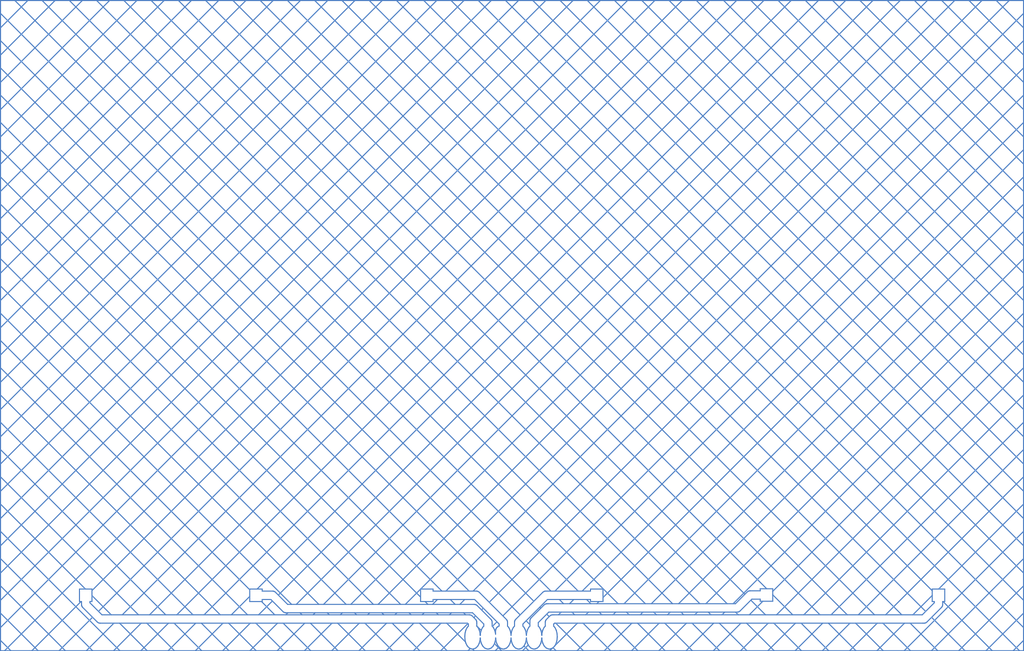
<source format=kicad_pcb>
(kicad_pcb (version 4) (host Gerbview "(5.99.0-518-ge9323fff8)")

  (layers 
    (0 F.Cu signal)
    (31 B.Cu signal)
    (32 B.Adhes user)
    (33 F.Adhes user)
    (34 B.Paste user)
    (35 F.Paste user)
    (36 B.SilkS user)
    (37 F.SilkS user)
    (38 B.Mask user)
    (39 F.Mask user)
    (40 Dwgs.User user)
    (41 Cmts.User user)
    (42 Eco1.User user)
    (43 Eco2.User user)
    (44 Edge.Cuts user)
  )

(segment (start 12.77297 -73.51821) (end 10.12931 -70.87454) (width 0.1016) (layer B.Cu) (net 0))
(segment (start 15.43111 -73.51821) (end 10.12931 -68.21641) (width 0.1016) (layer B.Cu) (net 0))
(segment (start 18.08927 -73.51821) (end 10.12931 -65.55824) (width 0.1016) (layer B.Cu) (net 0))
(segment (start 20.74744 -73.51821) (end 10.12931 -62.90007) (width 0.1016) (layer B.Cu) (net 0))
(segment (start 23.40557 -73.51821) (end 10.12931 -60.24194) (width 0.1016) (layer B.Cu) (net 0))
(segment (start 26.06374 -73.51821) (end 10.12931 -57.58377) (width 0.1016) (layer B.Cu) (net 0))
(segment (start 28.72191 -73.51821) (end 10.12931 -54.92561) (width 0.1016) (layer B.Cu) (net 0))
(segment (start 31.38004 -73.51821) (end 10.12931 -52.26747) (width 0.1016) (layer B.Cu) (net 0))
(segment (start 34.03821 -73.51821) (end 10.12931 -49.60931) (width 0.1016) (layer B.Cu) (net 0))
(segment (start 36.69637 -73.51821) (end 10.12931 -46.95114) (width 0.1016) (layer B.Cu) (net 0))
(segment (start 39.35451 -73.51821) (end 10.12931 -44.29301) (width 0.1016) (layer B.Cu) (net 0))
(segment (start 42.01267 -73.51821) (end 10.12931 -41.63484) (width 0.1016) (layer B.Cu) (net 0))
(segment (start 44.67084 -73.51821) (end 10.12931 -38.97667) (width 0.1016) (layer B.Cu) (net 0))
(segment (start 47.32897 -73.51821) (end 10.12931 -36.31854) (width 0.1016) (layer B.Cu) (net 0))
(segment (start 49.98714 -73.51821) (end 10.12931 -33.66037) (width 0.1016) (layer B.Cu) (net 0))
(segment (start 52.64531 -73.51821) (end 10.12931 -31.00221) (width 0.1016) (layer B.Cu) (net 0))
(segment (start 55.30344 -73.51821) (end 10.12931 -28.34407) (width 0.1016) (layer B.Cu) (net 0))
(segment (start 57.96161 -73.51821) (end 10.12931 -25.68591) (width 0.1016) (layer B.Cu) (net 0))
(segment (start 60.61977 -73.51821) (end 10.12931 -23.02774) (width 0.1016) (layer B.Cu) (net 0))
(segment (start 63.27791 -73.51821) (end 10.12931 -20.36961) (width 0.1016) (layer B.Cu) (net 0))
(segment (start 65.93607 -73.51821) (end 10.12931 -17.71144) (width 0.1016) (layer B.Cu) (net 0))
(segment (start 68.59424 -73.51821) (end 10.12931 -15.05327) (width 0.1016) (layer B.Cu) (net 0))
(segment (start 71.25237 -73.51821) (end 10.12931 -12.39514) (width 0.1016) (layer B.Cu) (net 0))
(segment (start 73.91054 -73.51821) (end 10.52654 -10.13421) (width 0.1016) (layer B.Cu) (net 0))
(segment (start 76.56871 -73.51821) (end 19.04601 -15.99551) (width 0.1016) (layer B.Cu) (net 0))
(segment (start 17.96437 -14.91391) (end 13.18471 -10.13421) (width 0.1016) (layer B.Cu) (net 0))
(segment (start 79.22684 -73.51821) (end 19.68064 -13.97201) (width 0.1016) (layer B.Cu) (net 0))
(segment (start 19.08804 -13.37941) (end 15.84287 -10.13421) (width 0.1016) (layer B.Cu) (net 0))
(segment (start 81.88500999999999 -73.51821) (end 22.00291 -13.63607) (width 0.1016) (layer B.Cu) (net 0))
(segment (start 21.17077 -12.80394) (end 18.50101 -10.13421) (width 0.1016) (layer B.Cu) (net 0))
(segment (start 84.54317 -73.51821) (end 24.66104 -13.63607) (width 0.1016) (layer B.Cu) (net 0))
(segment (start 23.82891 -12.80394) (end 21.15917 -10.13421) (width 0.1016) (layer B.Cu) (net 0))
(segment (start 87.20131000000001 -73.51821) (end 27.31921 -13.63607) (width 0.1016) (layer B.Cu) (net 0))
(segment (start 26.48707 -12.80394) (end 23.81734 -10.13421) (width 0.1016) (layer B.Cu) (net 0))
(segment (start 89.85947 -73.51821) (end 29.97737 -13.63607) (width 0.1016) (layer B.Cu) (net 0))
(segment (start 29.14524 -12.80394) (end 26.47547 -10.13421) (width 0.1016) (layer B.Cu) (net 0))
(segment (start 92.51764 -73.51821) (end 35.14551 -16.14607) (width 0.1016) (layer B.Cu) (net 0))
(segment (start 34.41397 -15.41454) (end 32.63551 -13.63607) (width 0.1016) (layer B.Cu) (net 0))
(segment (start 31.80337 -12.80394) (end 29.13364 -10.13421) (width 0.1016) (layer B.Cu) (net 0))
(segment (start 95.17577 -73.51821) (end 37.21614 -15.55857) (width 0.1016) (layer B.Cu) (net 0))
(segment (start 36.62354 -14.96594) (end 35.29367 -13.63607) (width 0.1016) (layer B.Cu) (net 0))
(segment (start 34.46154 -12.80394) (end 31.79181 -10.13421) (width 0.1016) (layer B.Cu) (net 0))
(segment (start 97.83394 -73.51821) (end 38.96787 -14.65211) (width 0.1016) (layer B.Cu) (net 0))
(segment (start 38.13574 -13.81997) (end 37.95184 -13.63607) (width 0.1016) (layer B.Cu) (net 0))
(segment (start 37.11971 -12.80394) (end 34.44994 -10.13421) (width 0.1016) (layer B.Cu) (net 0))
(segment (start 100.49211 -73.51821) (end 41.62601 -14.65211) (width 0.1016) (layer B.Cu) (net 0))
(segment (start 40.79387 -13.81997) (end 40.60997 -13.63607) (width 0.1016) (layer B.Cu) (net 0))
(segment (start 39.77784 -12.80394) (end 37.10811 -10.13421) (width 0.1016) (layer B.Cu) (net 0))
(segment (start 103.15024 -73.51821) (end 44.28417 -14.65211) (width 0.1016) (layer B.Cu) (net 0))
(segment (start 43.45204 -13.81997) (end 43.26814 -13.63607) (width 0.1016) (layer B.Cu) (net 0))
(segment (start 42.43601 -12.80394) (end 39.76627 -10.13421) (width 0.1016) (layer B.Cu) (net 0))
(segment (start 105.80841 -73.51821) (end 46.94234 -14.65211) (width 0.1016) (layer B.Cu) (net 0))
(segment (start 46.11021 -13.81997) (end 45.92631 -13.63607) (width 0.1016) (layer B.Cu) (net 0))
(segment (start 45.09417 -12.80394) (end 42.42441 -10.13421) (width 0.1016) (layer B.Cu) (net 0))
(segment (start 108.46657 -73.51821) (end 49.60047 -14.65211) (width 0.1016) (layer B.Cu) (net 0))
(segment (start 48.76834 -13.81997) (end 48.58444 -13.63607) (width 0.1016) (layer B.Cu) (net 0))
(segment (start 47.75231 -12.80394) (end 45.08257 -10.13421) (width 0.1016) (layer B.Cu) (net 0))
(segment (start 109.86694 -72.26044) (end 53.55254 -15.94601) (width 0.1016) (layer B.Cu) (net 0))
(segment (start 52.72054 -15.11401) (end 52.25854 -14.65201) (width 0.1016) (layer B.Cu) (net 0))
(segment (start 51.42654 -13.82001) (end 51.24264 -13.63611) (width 0.1016) (layer B.Cu) (net 0))
(segment (start 50.41051 -12.80397) (end 47.74074 -10.13424) (width 0.1016) (layer B.Cu) (net 0))
(segment (start 109.86694 -69.60227) (end 56.21067 -15.94601) (width 0.1016) (layer B.Cu) (net 0))
(segment (start 55.37867 -15.11401) (end 54.91667 -14.65201) (width 0.1016) (layer B.Cu) (net 0))
(segment (start 54.08467 -13.82001) (end 53.90077 -13.63611) (width 0.1016) (layer B.Cu) (net 0))
(segment (start 53.06864 -12.80397) (end 50.39891 -10.13424) (width 0.1016) (layer B.Cu) (net 0))
(segment (start 109.86694 -66.94410999999999) (end 57.78277 -14.85994) (width 0.1016) (layer B.Cu) (net 0))
(segment (start 57.19017 -14.26734) (end 57.03264 -14.10981) (width 0.1016) (layer B.Cu) (net 0))
(segment (start 56.44017 -13.51734) (end 56.28267 -13.35984) (width 0.1016) (layer B.Cu) (net 0))
(segment (start 55.69017 -12.76737) (end 53.05707 -10.13424) (width 0.1016) (layer B.Cu) (net 0))
(segment (start 109.86694 -64.28597000000001) (end 59.11187 -13.53087) (width 0.1016) (layer B.Cu) (net 0))
(segment (start 58.51924 -12.93827) (end 58.08784 -12.50684) (width 0.1016) (layer B.Cu) (net 0))
(segment (start 55.92031 -10.33931) (end 55.71521 -10.13424) (width 0.1016) (layer B.Cu) (net 0))
(segment (start 109.86694 -61.62781) (end 64.18514 -15.94601) (width 0.1016) (layer B.Cu) (net 0))
(segment (start 58.72214 -10.48301) (end 58.37337 -10.13424) (width 0.1016) (layer B.Cu) (net 0))
(segment (start 109.86694 -58.96964) (end 66.84331 -15.94601) (width 0.1016) (layer B.Cu) (net 0))
(segment (start 66.01130999999999 -15.11401) (end 65.61327 -14.71597) (width 0.1016) (layer B.Cu) (net 0))
(segment (start 64.78131 -13.88401) (end 64.53341 -13.63611) (width 0.1016) (layer B.Cu) (net 0))
(segment (start 62.97401 -12.07671) (end 62.85901 -11.96171) (width 0.1016) (layer B.Cu) (net 0))
(segment (start 61.57604 -10.67874) (end 61.03154 -10.13424) (width 0.1016) (layer B.Cu) (net 0))
(segment (start 109.86694 -56.31151) (end 68.87607 -15.32061) (width 0.1016) (layer B.Cu) (net 0))
(segment (start 68.46937 -14.91391) (end 68.27144 -14.71597) (width 0.1016) (layer B.Cu) (net 0))
(segment (start 67.43944 -13.88401) (end 67.19157 -13.63611) (width 0.1016) (layer B.Cu) (net 0))
(segment (start 66.35944000000001 -12.80397) (end 64.19947000000001 -10.64401) (width 0.1016) (layer B.Cu) (net 0))
(segment (start 63.91244 -10.35701) (end 63.68967 -10.13424) (width 0.1016) (layer B.Cu) (net 0))
(segment (start 109.86694 -53.65334) (end 70.92961 -14.71597) (width 0.1016) (layer B.Cu) (net 0))
(segment (start 70.09761 -13.88401) (end 69.84974 -13.63611) (width 0.1016) (layer B.Cu) (net 0))
(segment (start 69.01761 -12.80397) (end 66.34784000000001 -10.13424) (width 0.1016) (layer B.Cu) (net 0))
(segment (start 109.86694 -50.99517) (end 73.58774 -14.71597) (width 0.1016) (layer B.Cu) (net 0))
(segment (start 72.75577 -13.88401) (end 72.50787 -13.63611) (width 0.1016) (layer B.Cu) (net 0))
(segment (start 71.67574 -12.80397) (end 69.00601 -10.13424) (width 0.1016) (layer B.Cu) (net 0))
(segment (start 109.86694 -48.33704) (end 76.24590999999999 -14.71597) (width 0.1016) (layer B.Cu) (net 0))
(segment (start 75.41391 -13.88401) (end 75.16604 -13.63611) (width 0.1016) (layer B.Cu) (net 0))
(segment (start 74.33391 -12.80397) (end 71.66417 -10.13424) (width 0.1016) (layer B.Cu) (net 0))
(segment (start 109.86694 -45.67887) (end 78.90407 -14.71597) (width 0.1016) (layer B.Cu) (net 0))
(segment (start 78.07207 -13.88401) (end 77.82420999999999 -13.63611) (width 0.1016) (layer B.Cu) (net 0))
(segment (start 76.99207 -12.80397) (end 74.32231 -10.13424) (width 0.1016) (layer B.Cu) (net 0))
(segment (start 109.86694 -43.02071) (end 81.56224 -14.71597) (width 0.1016) (layer B.Cu) (net 0))
(segment (start 80.73023999999999 -13.88401) (end 80.48233999999999 -13.63611) (width 0.1016) (layer B.Cu) (net 0))
(segment (start 79.65021 -12.80397) (end 76.98047 -10.13424) (width 0.1016) (layer B.Cu) (net 0))
(segment (start 109.86694 -40.36257) (end 85.42501 -15.92061) (width 0.1016) (layer B.Cu) (net 0))
(segment (start 84.44834 -14.94394) (end 83.14051000000001 -13.63611) (width 0.1016) (layer B.Cu) (net 0))
(segment (start 82.30837 -12.80397) (end 79.63864 -10.13424) (width 0.1016) (layer B.Cu) (net 0))
(segment (start 109.86694 -37.70441) (end 85.79867 -13.63611) (width 0.1016) (layer B.Cu) (net 0))
(segment (start 84.96653999999999 -12.80397) (end 82.29677 -10.13424) (width 0.1016) (layer B.Cu) (net 0))
(segment (start 109.86694 -35.04624) (end 88.45681 -13.63611) (width 0.1016) (layer B.Cu) (net 0))
(segment (start 87.62466999999999 -12.80397) (end 84.95493999999999 -10.13424) (width 0.1016) (layer B.Cu) (net 0))
(segment (start 109.86694 -32.38811) (end 91.11497 -13.63611) (width 0.1016) (layer B.Cu) (net 0))
(segment (start 90.28283999999999 -12.80397) (end 87.61311000000001 -10.13424) (width 0.1016) (layer B.Cu) (net 0))
(segment (start 109.86694 -29.72994) (end 93.77314 -13.63611) (width 0.1016) (layer B.Cu) (net 0))
(segment (start 92.94101000000001 -12.80397) (end 90.27124000000001 -10.13424) (width 0.1016) (layer B.Cu) (net 0))
(segment (start 109.86694 -27.07177) (end 96.43127 -13.63611) (width 0.1016) (layer B.Cu) (net 0))
(segment (start 95.59914000000001 -12.80397) (end 92.92941 -10.13424) (width 0.1016) (layer B.Cu) (net 0))
(segment (start 109.86694 -24.41364) (end 101.59941 -16.14611) (width 0.1016) (layer B.Cu) (net 0))
(segment (start 100.96401 -15.51067) (end 99.08944 -13.63611) (width 0.1016) (layer B.Cu) (net 0))
(segment (start 98.25731 -12.80397) (end 95.58757 -10.13424) (width 0.1016) (layer B.Cu) (net 0))
(segment (start 109.86694 -21.75547) (end 98.24571 -10.13424) (width 0.1016) (layer B.Cu) (net 0))
(segment (start 109.86694 -19.09731) (end 100.90387 -10.13424) (width 0.1016) (layer B.Cu) (net 0))
(segment (start 109.86694 -16.43917) (end 103.56204 -10.13424) (width 0.1016) (layer B.Cu) (net 0))
(segment (start 109.86694 -13.78101) (end 106.22017 -10.13424) (width 0.1016) (layer B.Cu) (net 0))
(segment (start 109.86694 -11.12284) (end 108.87834 -10.13424) (width 0.1016) (layer B.Cu) (net 0))
(segment (start 107.22331 -73.51821) (end 109.86694 -70.87454) (width 0.1016) (layer B.Cu) (net 0))
(segment (start 104.56514 -73.51821) (end 109.86694 -68.21641) (width 0.1016) (layer B.Cu) (net 0))
(segment (start 101.90701 -73.51821) (end 109.86694 -65.55824) (width 0.1016) (layer B.Cu) (net 0))
(segment (start 99.24884 -73.51821) (end 109.86694 -62.90007) (width 0.1016) (layer B.Cu) (net 0))
(segment (start 96.59067 -73.51821) (end 109.86694 -60.24194) (width 0.1016) (layer B.Cu) (net 0))
(segment (start 93.93254 -73.51821) (end 109.86694 -57.58377) (width 0.1016) (layer B.Cu) (net 0))
(segment (start 91.27437 -73.51821) (end 109.86694 -54.92561) (width 0.1016) (layer B.Cu) (net 0))
(segment (start 88.61621 -73.51821) (end 109.86694 -52.26747) (width 0.1016) (layer B.Cu) (net 0))
(segment (start 85.95807000000001 -73.51821) (end 109.86694 -49.60931) (width 0.1016) (layer B.Cu) (net 0))
(segment (start 83.29991 -73.51821) (end 109.86694 -46.95114) (width 0.1016) (layer B.Cu) (net 0))
(segment (start 80.64174 -73.51821) (end 109.86694 -44.29301) (width 0.1016) (layer B.Cu) (net 0))
(segment (start 77.98361 -73.51821) (end 109.86694 -41.63484) (width 0.1016) (layer B.Cu) (net 0))
(segment (start 75.32544 -73.51821) (end 109.86694 -38.97667) (width 0.1016) (layer B.Cu) (net 0))
(segment (start 72.66727 -73.51821) (end 109.86694 -36.31854) (width 0.1016) (layer B.Cu) (net 0))
(segment (start 70.00914 -73.51821) (end 109.86694 -33.66037) (width 0.1016) (layer B.Cu) (net 0))
(segment (start 67.35097 -73.51821) (end 109.86694 -31.00221) (width 0.1016) (layer B.Cu) (net 0))
(segment (start 64.69280999999999 -73.51821) (end 109.86694 -28.34407) (width 0.1016) (layer B.Cu) (net 0))
(segment (start 62.03464 -73.51821) (end 109.86694 -25.68591) (width 0.1016) (layer B.Cu) (net 0))
(segment (start 59.37651 -73.51821) (end 109.86694 -23.02774) (width 0.1016) (layer B.Cu) (net 0))
(segment (start 56.71834 -73.51821) (end 109.86694 -20.36961) (width 0.1016) (layer B.Cu) (net 0))
(segment (start 54.06017 -73.51821) (end 109.86694 -17.71144) (width 0.1016) (layer B.Cu) (net 0))
(segment (start 51.40204 -73.51821) (end 109.86694 -15.05327) (width 0.1016) (layer B.Cu) (net 0))
(segment (start 48.74387 -73.51821) (end 109.86694 -12.39514) (width 0.1016) (layer B.Cu) (net 0))
(segment (start 46.08571 -73.51821) (end 109.46971 -10.13421) (width 0.1016) (layer B.Cu) (net 0))
(segment (start 43.42757 -73.51821) (end 100.96401 -15.98177) (width 0.1016) (layer B.Cu) (net 0))
(segment (start 102.03187 -14.91391) (end 106.81157 -10.13421) (width 0.1016) (layer B.Cu) (net 0))
(segment (start 40.76941 -73.51821) (end 100.32247 -13.96514) (width 0.1016) (layer B.Cu) (net 0))
(segment (start 100.91511 -13.37251) (end 104.15341 -10.13421) (width 0.1016) (layer B.Cu) (net 0))
(segment (start 38.11124 -73.51821) (end 97.99337 -13.63607) (width 0.1016) (layer B.Cu) (net 0))
(segment (start 98.82550999999999 -12.80394) (end 101.49524 -10.13421) (width 0.1016) (layer B.Cu) (net 0))
(segment (start 35.45311 -73.51821) (end 95.33521 -13.63607) (width 0.1016) (layer B.Cu) (net 0))
(segment (start 96.16734 -12.80394) (end 98.83711 -10.13421) (width 0.1016) (layer B.Cu) (net 0))
(segment (start 32.79494 -73.51821) (end 92.67707 -13.63607) (width 0.1016) (layer B.Cu) (net 0))
(segment (start 93.50921 -12.80394) (end 96.17894 -10.13421) (width 0.1016) (layer B.Cu) (net 0))
(segment (start 30.13677 -73.51821) (end 90.01891000000001 -13.63607) (width 0.1016) (layer B.Cu) (net 0))
(segment (start 90.85104 -12.80394) (end 93.52077 -10.13421) (width 0.1016) (layer B.Cu) (net 0))
(segment (start 27.47864 -73.51821) (end 84.82074 -16.17611) (width 0.1016) (layer B.Cu) (net 0))
(segment (start 85.42501 -15.57184) (end 87.36074000000001 -13.63607) (width 0.1016) (layer B.Cu) (net 0))
(segment (start 88.19287 -12.80394) (end 90.86264 -10.13421) (width 0.1016) (layer B.Cu) (net 0))
(segment (start 24.82047 -73.51821) (end 82.69901 -15.63967) (width 0.1016) (layer B.Cu) (net 0))
(segment (start 83.29164 -15.04704) (end 84.70261000000001 -13.63607) (width 0.1016) (layer B.Cu) (net 0))
(segment (start 85.53474 -12.80394) (end 88.20447 -10.13421) (width 0.1016) (layer B.Cu) (net 0))
(segment (start 22.16231 -73.51821) (end 80.96441 -14.71611) (width 0.1016) (layer B.Cu) (net 0))
(segment (start 81.79653999999999 -13.88397) (end 82.04443999999999 -13.63607) (width 0.1016) (layer B.Cu) (net 0))
(segment (start 82.87657 -12.80394) (end 85.54631000000001 -10.13421) (width 0.1016) (layer B.Cu) (net 0))
(segment (start 19.50417 -73.51821) (end 78.30627 -14.71611) (width 0.1016) (layer B.Cu) (net 0))
(segment (start 79.13840999999999 -13.88397) (end 79.38627 -13.63607) (width 0.1016) (layer B.Cu) (net 0))
(segment (start 80.21841000000001 -12.80394) (end 82.88817 -10.13421) (width 0.1016) (layer B.Cu) (net 0))
(segment (start 16.84601 -73.51821) (end 75.64811 -14.71611) (width 0.1016) (layer B.Cu) (net 0))
(segment (start 76.48023999999999 -13.88397) (end 76.72814 -13.63607) (width 0.1016) (layer B.Cu) (net 0))
(segment (start 77.56023999999999 -12.80394) (end 80.23000999999999 -10.13421) (width 0.1016) (layer B.Cu) (net 0))
(segment (start 14.18784 -73.51821) (end 72.98994 -14.71611) (width 0.1016) (layer B.Cu) (net 0))
(segment (start 73.82207 -13.88397) (end 74.06997 -13.63607) (width 0.1016) (layer B.Cu) (net 0))
(segment (start 74.90210999999999 -12.80394) (end 77.57183999999999 -10.13421) (width 0.1016) (layer B.Cu) (net 0))
(segment (start 11.52971 -73.51821) (end 70.33181 -14.71611) (width 0.1016) (layer B.Cu) (net 0))
(segment (start 71.16394 -13.88397) (end 71.41181 -13.63607) (width 0.1016) (layer B.Cu) (net 0))
(segment (start 72.24393999999999 -12.80394) (end 74.91370999999999 -10.13421) (width 0.1016) (layer B.Cu) (net 0))
(segment (start 10.12931 -72.26044) (end 66.44374000000001 -15.94601) (width 0.1016) (layer B.Cu) (net 0))
(segment (start 67.27574 -15.11401) (end 67.67374 -14.71597) (width 0.1016) (layer B.Cu) (net 0))
(segment (start 68.50574 -13.88401) (end 68.75364 -13.63611) (width 0.1016) (layer B.Cu) (net 0))
(segment (start 69.58577 -12.80397) (end 72.25551 -10.13424) (width 0.1016) (layer B.Cu) (net 0))
(segment (start 10.12931 -69.60227) (end 63.78557 -15.94601) (width 0.1016) (layer B.Cu) (net 0))
(segment (start 64.61757 -15.11401) (end 65.01561 -14.71597) (width 0.1016) (layer B.Cu) (net 0))
(segment (start 65.84761 -13.88401) (end 66.09547000000001 -13.63611) (width 0.1016) (layer B.Cu) (net 0))
(segment (start 66.92761 -12.80397) (end 69.59734 -10.13424) (width 0.1016) (layer B.Cu) (net 0))
(segment (start 10.12931 -66.94410999999999) (end 62.11541 -14.95804) (width 0.1016) (layer B.Cu) (net 0))
(segment (start 62.70801 -14.36541) (end 62.79537 -14.27807) (width 0.1016) (layer B.Cu) (net 0))
(segment (start 63.38797 -13.68544) (end 63.61537 -13.45804) (width 0.1016) (layer B.Cu) (net 0))
(segment (start 64.26944 -12.80397) (end 66.93921 -10.13424) (width 0.1016) (layer B.Cu) (net 0))
(segment (start 10.12931 -64.28597000000001) (end 60.78631 -13.62894) (width 0.1016) (layer B.Cu) (net 0))
(segment (start 61.37894 -13.03634) (end 61.73401 -12.68127) (width 0.1016) (layer B.Cu) (net 0))
(segment (start 64.00551 -10.40977) (end 64.28104 -10.13424) (width 0.1016) (layer B.Cu) (net 0))
(segment (start 10.12931 -61.62781) (end 55.81111 -15.94601) (width 0.1016) (layer B.Cu) (net 0))
(segment (start 59.87571 -11.88141) (end 59.91187 -11.84524) (width 0.1016) (layer B.Cu) (net 0))
(segment (start 61.17254 -10.58461) (end 61.62287 -10.13424) (width 0.1016) (layer B.Cu) (net 0))
(segment (start 10.12931 -58.96964) (end 53.15297 -15.94601) (width 0.1016) (layer B.Cu) (net 0))
(segment (start 53.98494 -15.11401) (end 54.44697 -14.65201) (width 0.1016) (layer B.Cu) (net 0))
(segment (start 55.27894 -13.82001) (end 55.46284 -13.63611) (width 0.1016) (layer B.Cu) (net 0))
(segment (start 56.56607 -12.53287) (end 56.98094 -12.11804) (width 0.1016) (layer B.Cu) (net 0))
(segment (start 58.28944 -10.80951) (end 58.96474 -10.13424) (width 0.1016) (layer B.Cu) (net 0))
(segment (start 10.12931 -56.31151) (end 51.07391 -15.36691) (width 0.1016) (layer B.Cu) (net 0))
(segment (start 51.52687 -14.91391) (end 51.78881 -14.65201) (width 0.1016) (layer B.Cu) (net 0))
(segment (start 52.62081 -13.82001) (end 52.80471 -13.63611) (width 0.1016) (layer B.Cu) (net 0))
(segment (start 53.63684 -12.80397) (end 55.45921 -10.98161) (width 0.1016) (layer B.Cu) (net 0))
(segment (start 56.15691 -10.28391) (end 56.30657 -10.13424) (width 0.1016) (layer B.Cu) (net 0))
(segment (start 10.12931 -53.65334) (end 49.13064 -14.65201) (width 0.1016) (layer B.Cu) (net 0))
(segment (start 49.96264 -13.82001) (end 50.14654 -13.63611) (width 0.1016) (layer B.Cu) (net 0))
(segment (start 50.97867 -12.80397) (end 53.64841 -10.13424) (width 0.1016) (layer B.Cu) (net 0))
(segment (start 10.12931 -50.99517) (end 46.47251 -14.65201) (width 0.1016) (layer B.Cu) (net 0))
(segment (start 47.30447 -13.82001) (end 47.48837 -13.63611) (width 0.1016) (layer B.Cu) (net 0))
(segment (start 48.32051 -12.80397) (end 50.99027 -10.13424) (width 0.1016) (layer B.Cu) (net 0))
(segment (start 10.12931 -48.33704) (end 43.81434 -14.65201) (width 0.1016) (layer B.Cu) (net 0))
(segment (start 44.64634 -13.82001) (end 44.83024 -13.63611) (width 0.1016) (layer B.Cu) (net 0))
(segment (start 45.66237 -12.80397) (end 48.33211 -10.13424) (width 0.1016) (layer B.Cu) (net 0))
(segment (start 10.12931 -45.67887) (end 41.15617 -14.65201) (width 0.1016) (layer B.Cu) (net 0))
(segment (start 41.98817 -13.82001) (end 42.17207 -13.63611) (width 0.1016) (layer B.Cu) (net 0))
(segment (start 43.00421 -12.80397) (end 45.67394 -10.13424) (width 0.1016) (layer B.Cu) (net 0))
(segment (start 10.12931 -43.02071) (end 38.49804 -14.65201) (width 0.1016) (layer B.Cu) (net 0))
(segment (start 39.33001 -13.82001) (end 39.51391 -13.63611) (width 0.1016) (layer B.Cu) (net 0))
(segment (start 40.34604 -12.80397) (end 43.01581 -10.13424) (width 0.1016) (layer B.Cu) (net 0))
(segment (start 10.12931 -40.36257) (end 34.41397 -16.07791) (width 0.1016) (layer B.Cu) (net 0))
(segment (start 35.57794 -14.91391) (end 36.85577 -13.63611) (width 0.1016) (layer B.Cu) (net 0))
(segment (start 37.68791 -12.80397) (end 40.35764 -10.13424) (width 0.1016) (layer B.Cu) (net 0))
(segment (start 10.12931 -37.70441) (end 34.19761 -13.63611) (width 0.1016) (layer B.Cu) (net 0))
(segment (start 35.02974 -12.80397) (end 37.69947 -10.13424) (width 0.1016) (layer B.Cu) (net 0))
(segment (start 10.12931 -35.04624) (end 31.53944 -13.63611) (width 0.1016) (layer B.Cu) (net 0))
(segment (start 32.37157 -12.80397) (end 35.04134 -10.13424) (width 0.1016) (layer B.Cu) (net 0))
(segment (start 10.12931 -32.38811) (end 28.88131 -13.63611) (width 0.1016) (layer B.Cu) (net 0))
(segment (start 29.71344 -12.80397) (end 32.38317 -10.13424) (width 0.1016) (layer B.Cu) (net 0))
(segment (start 10.12931 -29.72994) (end 26.22314 -13.63611) (width 0.1016) (layer B.Cu) (net 0))
(segment (start 27.05527 -12.80397) (end 29.72501 -10.13424) (width 0.1016) (layer B.Cu) (net 0))
(segment (start 10.12931 -27.07177) (end 23.56497 -13.63611) (width 0.1016) (layer B.Cu) (net 0))
(segment (start 24.39711 -12.80397) (end 27.06687 -10.13424) (width 0.1016) (layer B.Cu) (net 0))
(segment (start 10.12931 -24.41364) (end 18.39684 -16.14611) (width 0.1016) (layer B.Cu) (net 0))
(segment (start 19.04601 -15.49694) (end 20.90684 -13.63611) (width 0.1016) (layer B.Cu) (net 0))
(segment (start 21.73897 -12.80397) (end 24.40871 -10.13424) (width 0.1016) (layer B.Cu) (net 0))
(segment (start 10.12931 -21.75547) (end 21.75054 -10.13424) (width 0.1016) (layer B.Cu) (net 0))
(segment (start 10.12931 -19.09731) (end 19.09241 -10.13424) (width 0.1016) (layer B.Cu) (net 0))
(segment (start 10.12931 -16.43917) (end 16.43424 -10.13424) (width 0.1016) (layer B.Cu) (net 0))
(segment (start 10.12931 -13.78101) (end 13.77607 -10.13424) (width 0.1016) (layer B.Cu) (net 0))
(segment (start 10.12931 -11.12284) (end 11.11794 -10.13424) (width 0.1016) (layer B.Cu) (net 0))
(segment (start 56.88601 -11.80111) (end 56.90014 -11.62567) (width 0.1016) (layer B.Cu) (net 0))
(segment (start 56.90014 -11.62567) (end 56.91767 -11.83064) (width 0.1016) (layer B.Cu) (net 0))
(segment (start 56.91767 -11.83064) (end 56.94781 -11.95284) (width 0.1016) (layer B.Cu) (net 0))
(segment (start 56.94781 -11.95284) (end 56.99147 -12.12224) (width 0.1016) (layer B.Cu) (net 0))
(segment (start 56.99147 -12.12224) (end 57.00971 -12.16714) (width 0.1016) (layer B.Cu) (net 0))
(segment (start 57.00971 -12.16714) (end 57.12064 -12.38701) (width 0.1016) (layer B.Cu) (net 0))
(segment (start 57.12064 -12.38701) (end 57.14877 -12.42651) (width 0.1016) (layer B.Cu) (net 0))
(segment (start 57.14877 -12.42651) (end 57.24107 -12.52194) (width 0.1016) (layer B.Cu) (net 0))
(segment (start 57.24107 -12.52194) (end 57.24114 -12.73051) (width 0.1016) (layer B.Cu) (net 0))
(segment (start 57.24114 -12.73051) (end 56.14477 -13.82701) (width 0.1016) (layer B.Cu) (net 0))
(segment (start 56.14477 -13.82701) (end 37.94601 -13.82714) (width 0.1016) (layer B.Cu) (net 0))
(segment (start 37.94601 -13.82714) (end 37.88204 -13.83217) (width 0.1016) (layer B.Cu) (net 0))
(segment (start 37.88204 -13.83217) (end 37.81967 -13.84714) (width 0.1016) (layer B.Cu) (net 0))
(segment (start 37.81967 -13.84714) (end 37.76037 -13.87171) (width 0.1016) (layer B.Cu) (net 0))
(segment (start 37.76037 -13.87171) (end 37.70567 -13.90524) (width 0.1016) (layer B.Cu) (net 0))
(segment (start 37.70567 -13.90524) (end 37.65691 -13.94691) (width 0.1016) (layer B.Cu) (net 0))
(segment (start 37.65691 -13.94691) (end 36.48257 -15.12121) (width 0.1016) (layer B.Cu) (net 0))
(segment (start 36.48257 -15.12121) (end 35.63897 -15.12114) (width 0.1016) (layer B.Cu) (net 0))
(segment (start 35.63897 -15.12114) (end 35.63887 -14.92114) (width 0.1016) (layer B.Cu) (net 0))
(segment (start 35.63887 -14.92114) (end 34.42114 -14.92114) (width 0.1016) (layer B.Cu) (net 0))
(segment (start 34.42114 -14.92114) (end 34.42114 -16.13887) (width 0.1016) (layer B.Cu) (net 0))
(segment (start 34.42114 -16.13887) (end 35.63887 -16.13887) (width 0.1016) (layer B.Cu) (net 0))
(segment (start 35.63887 -16.13887) (end 35.63961 -15.93887) (width 0.1016) (layer B.Cu) (net 0))
(segment (start 35.63961 -15.93887) (end 36.68407 -15.93761) (width 0.1016) (layer B.Cu) (net 0))
(segment (start 36.68407 -15.93761) (end 36.74744 -15.92757) (width 0.1016) (layer B.Cu) (net 0))
(segment (start 36.74744 -15.92757) (end 36.80847 -15.90774) (width 0.1016) (layer B.Cu) (net 0))
(segment (start 36.80847 -15.90774) (end 36.86564 -15.87861) (width 0.1016) (layer B.Cu) (net 0))
(segment (start 36.86564 -15.87861) (end 36.91754 -15.84091) (width 0.1016) (layer B.Cu) (net 0))
(segment (start 36.91754 -15.84091) (end 37.01297 -15.74727) (width 0.1016) (layer B.Cu) (net 0))
(segment (start 37.01297 -15.74727) (end 38.11544 -14.64481) (width 0.1016) (layer B.Cu) (net 0))
(segment (start 38.11544 -14.64481) (end 56.31401 -14.64487) (width 0.1016) (layer B.Cu) (net 0))
(segment (start 56.31401 -14.64487) (end 56.37797 -14.63984) (width 0.1016) (layer B.Cu) (net 0))
(segment (start 56.37797 -14.63984) (end 56.44034 -14.62487) (width 0.1016) (layer B.Cu) (net 0))
(segment (start 56.44034 -14.62487) (end 56.49964 -14.60031) (width 0.1016) (layer B.Cu) (net 0))
(segment (start 56.49964 -14.60031) (end 56.55434 -14.56677) (width 0.1016) (layer B.Cu) (net 0))
(segment (start 56.55434 -14.56677) (end 56.60311 -14.52511) (width 0.1016) (layer B.Cu) (net 0))
(segment (start 56.60311 -14.52511) (end 57.96091 -13.16554) (width 0.1016) (layer B.Cu) (net 0))
(segment (start 57.96091 -13.16554) (end 57.99861 -13.11364) (width 0.1016) (layer B.Cu) (net 0))
(segment (start 57.99861 -13.11364) (end 58.02774 -13.05647) (width 0.1016) (layer B.Cu) (net 0))
(segment (start 58.02774 -13.05647) (end 58.04757 -12.99544) (width 0.1016) (layer B.Cu) (net 0))
(segment (start 58.04757 -12.99544) (end 58.05761 -12.93207) (width 0.1016) (layer B.Cu) (net 0))
(segment (start 58.05761 -12.93207) (end 58.05887 -12.79841) (width 0.1016) (layer B.Cu) (net 0))
(segment (start 58.05887 -12.79841) (end 58.05887 -12.52197) (width 0.1016) (layer B.Cu) (net 0))
(segment (start 58.05887 -12.52197) (end 58.15091 -12.42694) (width 0.1016) (layer B.Cu) (net 0))
(segment (start 58.15091 -12.42694) (end 58.17907 -12.38751) (width 0.1016) (layer B.Cu) (net 0))
(segment (start 58.17907 -12.38751) (end 58.23621 -12.27537) (width 0.1016) (layer B.Cu) (net 0))
(segment (start 58.23621 -12.27537) (end 58.29777 -12.15114) (width 0.1016) (layer B.Cu) (net 0))
(segment (start 58.29777 -12.15114) (end 58.31337 -12.10527) (width 0.1016) (layer B.Cu) (net 0))
(segment (start 58.31337 -12.10527) (end 58.38234 -11.83064) (width 0.1016) (layer B.Cu) (net 0))
(segment (start 58.38234 -11.83064) (end 58.39114 -11.73624) (width 0.1016) (layer B.Cu) (net 0))
(segment (start 58.39114 -11.73624) (end 58.39114 -12.05001) (width 0.1016) (layer B.Cu) (net 0))
(segment (start 58.39114 -12.05001) (end 58.39271 -12.08994) (width 0.1016) (layer B.Cu) (net 0))
(segment (start 58.39271 -12.08994) (end 58.39741 -12.12961) (width 0.1016) (layer B.Cu) (net 0))
(segment (start 58.39741 -12.12961) (end 58.40521 -12.16881) (width 0.1016) (layer B.Cu) (net 0))
(segment (start 58.40521 -12.16881) (end 58.41604 -12.20724) (width 0.1016) (layer B.Cu) (net 0))
(segment (start 58.41604 -12.20724) (end 58.42987 -12.24474) (width 0.1016) (layer B.Cu) (net 0))
(segment (start 58.42987 -12.24474) (end 58.44661 -12.28104) (width 0.1016) (layer B.Cu) (net 0))
(segment (start 58.44661 -12.28104) (end 58.46614 -12.31587) (width 0.1016) (layer B.Cu) (net 0))
(segment (start 58.46614 -12.31587) (end 58.48834 -12.34911) (width 0.1016) (layer B.Cu) (net 0))
(segment (start 58.48834 -12.34911) (end 58.51307 -12.38047) (width 0.1016) (layer B.Cu) (net 0))
(segment (start 58.51307 -12.38047) (end 58.54017 -12.40984) (width 0.1016) (layer B.Cu) (net 0))
(segment (start 58.54017 -12.40984) (end 58.56954 -12.43694) (width 0.1016) (layer B.Cu) (net 0))
(segment (start 58.56954 -12.43694) (end 58.60091 -12.46167) (width 0.1016) (layer B.Cu) (net 0))
(segment (start 58.60091 -12.46167) (end 58.63414 -12.48387) (width 0.1016) (layer B.Cu) (net 0))
(segment (start 58.63414 -12.48387) (end 58.66897 -12.50341) (width 0.1016) (layer B.Cu) (net 0))
(segment (start 58.66897 -12.50341) (end 58.70527 -12.52014) (width 0.1016) (layer B.Cu) (net 0))
(segment (start 58.70527 -12.52014) (end 58.74114 -12.53337) (width 0.1016) (layer B.Cu) (net 0))
(segment (start 58.74114 -12.53337) (end 58.74114 -12.73051) (width 0.1016) (layer B.Cu) (net 0))
(segment (start 58.74114 -12.73051) (end 56.35077 -15.12101) (width 0.1016) (layer B.Cu) (net 0))
(segment (start 56.35077 -15.12101) (end 52.29891 -15.12114) (width 0.1016) (layer B.Cu) (net 0))
(segment (start 52.29891 -15.12114) (end 52.29887 -14.92114) (width 0.1016) (layer B.Cu) (net 0))
(segment (start 52.29887 -14.92114) (end 51.08114 -14.92114) (width 0.1016) (layer B.Cu) (net 0))
(segment (start 51.08114 -14.92114) (end 51.08114 -16.13887) (width 0.1016) (layer B.Cu) (net 0))
(segment (start 51.08114 -16.13887) (end 52.29887 -16.13887) (width 0.1016) (layer B.Cu) (net 0))
(segment (start 52.29887 -16.13887) (end 52.29961 -15.93887) (width 0.1016) (layer B.Cu) (net 0))
(segment (start 52.29961 -15.93887) (end 56.55207 -15.93761) (width 0.1016) (layer B.Cu) (net 0))
(segment (start 56.55207 -15.93761) (end 56.61544 -15.92757) (width 0.1016) (layer B.Cu) (net 0))
(segment (start 56.61544 -15.92757) (end 56.67647 -15.90774) (width 0.1016) (layer B.Cu) (net 0))
(segment (start 56.67647 -15.90774) (end 56.73364 -15.87861) (width 0.1016) (layer B.Cu) (net 0))
(segment (start 56.73364 -15.87861) (end 56.78554 -15.84091) (width 0.1016) (layer B.Cu) (net 0))
(segment (start 56.78554 -15.84091) (end 56.88097 -15.74727) (width 0.1016) (layer B.Cu) (net 0))
(segment (start 56.88097 -15.74727) (end 59.46091 -13.16554) (width 0.1016) (layer B.Cu) (net 0))
(segment (start 59.46091 -13.16554) (end 59.49861 -13.11364) (width 0.1016) (layer B.Cu) (net 0))
(segment (start 59.49861 -13.11364) (end 59.52774 -13.05647) (width 0.1016) (layer B.Cu) (net 0))
(segment (start 59.52774 -13.05647) (end 59.54757 -12.99544) (width 0.1016) (layer B.Cu) (net 0))
(segment (start 59.54757 -12.99544) (end 59.55761 -12.93207) (width 0.1016) (layer B.Cu) (net 0))
(segment (start 59.55761 -12.93207) (end 59.55887 -12.79841) (width 0.1016) (layer B.Cu) (net 0))
(segment (start 59.55887 -12.79841) (end 59.55887 -12.52197) (width 0.1016) (layer B.Cu) (net 0))
(segment (start 59.55887 -12.52197) (end 59.65091 -12.42694) (width 0.1016) (layer B.Cu) (net 0))
(segment (start 59.65091 -12.42694) (end 59.67907 -12.38751) (width 0.1016) (layer B.Cu) (net 0))
(segment (start 59.67907 -12.38751) (end 59.73621 -12.27537) (width 0.1016) (layer B.Cu) (net 0))
(segment (start 59.73621 -12.27537) (end 59.79777 -12.15114) (width 0.1016) (layer B.Cu) (net 0))
(segment (start 59.79777 -12.15114) (end 59.81337 -12.10527) (width 0.1016) (layer B.Cu) (net 0))
(segment (start 59.81337 -12.10527) (end 59.88234 -11.83064) (width 0.1016) (layer B.Cu) (net 0))
(segment (start 59.88234 -11.83064) (end 59.88991 -11.75187) (width 0.1016) (layer B.Cu) (net 0))
(segment (start 59.88991 -11.75187) (end 59.90014 -11.62567) (width 0.1016) (layer B.Cu) (net 0))
(segment (start 59.90014 -11.62567) (end 59.91767 -11.83064) (width 0.1016) (layer B.Cu) (net 0))
(segment (start 59.91767 -11.83064) (end 59.94781 -11.95284) (width 0.1016) (layer B.Cu) (net 0))
(segment (start 59.94781 -11.95284) (end 59.99147 -12.12224) (width 0.1016) (layer B.Cu) (net 0))
(segment (start 59.99147 -12.12224) (end 60.00971 -12.16714) (width 0.1016) (layer B.Cu) (net 0))
(segment (start 60.00971 -12.16714) (end 60.12064 -12.38701) (width 0.1016) (layer B.Cu) (net 0))
(segment (start 60.12064 -12.38701) (end 60.14877 -12.42651) (width 0.1016) (layer B.Cu) (net 0))
(segment (start 60.14877 -12.42651) (end 60.24107 -12.52194) (width 0.1016) (layer B.Cu) (net 0))
(segment (start 60.24107 -12.52194) (end 60.24114 -12.90001) (width 0.1016) (layer B.Cu) (net 0))
(segment (start 60.24114 -12.90001) (end 60.24617 -12.96397) (width 0.1016) (layer B.Cu) (net 0))
(segment (start 60.24617 -12.96397) (end 60.26114 -13.02634) (width 0.1016) (layer B.Cu) (net 0))
(segment (start 60.26114 -13.02634) (end 60.28571 -13.08564) (width 0.1016) (layer B.Cu) (net 0))
(segment (start 60.28571 -13.08564) (end 60.31924 -13.14034) (width 0.1016) (layer B.Cu) (net 0))
(segment (start 60.31924 -13.14034) (end 60.36091 -13.18911) (width 0.1016) (layer B.Cu) (net 0))
(segment (start 60.36091 -13.18911) (end 63.01447 -15.84091) (width 0.1016) (layer B.Cu) (net 0))
(segment (start 63.01447 -15.84091) (end 63.06637 -15.87864) (width 0.1016) (layer B.Cu) (net 0))
(segment (start 63.06637 -15.87864) (end 63.12354 -15.90774) (width 0.1016) (layer B.Cu) (net 0))
(segment (start 63.12354 -15.90774) (end 63.18457 -15.92757) (width 0.1016) (layer B.Cu) (net 0))
(segment (start 63.18457 -15.92757) (end 63.24794 -15.93761) (width 0.1016) (layer B.Cu) (net 0))
(segment (start 63.24794 -15.93761) (end 63.38161 -15.93887) (width 0.1016) (layer B.Cu) (net 0))
(segment (start 63.38161 -15.93887) (end 67.65111 -15.93887) (width 0.1016) (layer B.Cu) (net 0))
(segment (start 67.65111 -15.93887) (end 67.65114 -16.13887) (width 0.1016) (layer B.Cu) (net 0))
(segment (start 67.65114 -16.13887) (end 68.86887 -16.13887) (width 0.1016) (layer B.Cu) (net 0))
(segment (start 68.86887 -16.13887) (end 68.86887 -14.92114) (width 0.1016) (layer B.Cu) (net 0))
(segment (start 68.86887 -14.92114) (end 67.65114 -14.92114) (width 0.1016) (layer B.Cu) (net 0))
(segment (start 67.65114 -14.92114) (end 67.65040999999999 -15.12114) (width 0.1016) (layer B.Cu) (net 0))
(segment (start 67.65040999999999 -15.12114) (end 63.44941 -15.12114) (width 0.1016) (layer B.Cu) (net 0))
(segment (start 63.44941 -15.12114) (end 61.05901 -12.73077) (width 0.1016) (layer B.Cu) (net 0))
(segment (start 61.05901 -12.73077) (end 61.05887 -12.52197) (width 0.1016) (layer B.Cu) (net 0))
(segment (start 61.05887 -12.52197) (end 61.15091 -12.42694) (width 0.1016) (layer B.Cu) (net 0))
(segment (start 61.15091 -12.42694) (end 61.17907 -12.38751) (width 0.1016) (layer B.Cu) (net 0))
(segment (start 61.17907 -12.38751) (end 61.23621 -12.27537) (width 0.1016) (layer B.Cu) (net 0))
(segment (start 61.23621 -12.27537) (end 61.29777 -12.15114) (width 0.1016) (layer B.Cu) (net 0))
(segment (start 61.29777 -12.15114) (end 61.31337 -12.10527) (width 0.1016) (layer B.Cu) (net 0))
(segment (start 61.31337 -12.10527) (end 61.38234 -11.83064) (width 0.1016) (layer B.Cu) (net 0))
(segment (start 61.38234 -11.83064) (end 61.38991 -11.75187) (width 0.1016) (layer B.Cu) (net 0))
(segment (start 61.38991 -11.75187) (end 61.40014 -11.62567) (width 0.1016) (layer B.Cu) (net 0))
(segment (start 61.40014 -11.62567) (end 61.41767 -11.83064) (width 0.1016) (layer B.Cu) (net 0))
(segment (start 61.41767 -11.83064) (end 61.44781 -11.95284) (width 0.1016) (layer B.Cu) (net 0))
(segment (start 61.44781 -11.95284) (end 61.49147 -12.12224) (width 0.1016) (layer B.Cu) (net 0))
(segment (start 61.49147 -12.12224) (end 61.50971 -12.16714) (width 0.1016) (layer B.Cu) (net 0))
(segment (start 61.50971 -12.16714) (end 61.62064 -12.38701) (width 0.1016) (layer B.Cu) (net 0))
(segment (start 61.62064 -12.38701) (end 61.64877 -12.42651) (width 0.1016) (layer B.Cu) (net 0))
(segment (start 61.64877 -12.42651) (end 61.74107 -12.52194) (width 0.1016) (layer B.Cu) (net 0))
(segment (start 61.74107 -12.52194) (end 61.74114 -13.04001) (width 0.1016) (layer B.Cu) (net 0))
(segment (start 61.74114 -13.04001) (end 61.74617 -13.10397) (width 0.1016) (layer B.Cu) (net 0))
(segment (start 61.74617 -13.10397) (end 61.76114 -13.16634) (width 0.1016) (layer B.Cu) (net 0))
(segment (start 61.76114 -13.16634) (end 61.78571 -13.22564) (width 0.1016) (layer B.Cu) (net 0))
(segment (start 61.78571 -13.22564) (end 61.81924 -13.28034) (width 0.1016) (layer B.Cu) (net 0))
(segment (start 61.81924 -13.28034) (end 61.86091 -13.32911) (width 0.1016) (layer B.Cu) (net 0))
(segment (start 61.86091 -13.32911) (end 63.14447 -14.61091) (width 0.1016) (layer B.Cu) (net 0))
(segment (start 63.14447 -14.61091) (end 63.19637 -14.64864) (width 0.1016) (layer B.Cu) (net 0))
(segment (start 63.19637 -14.64864) (end 63.25354 -14.67774) (width 0.1016) (layer B.Cu) (net 0))
(segment (start 63.25354 -14.67774) (end 63.31457 -14.69757) (width 0.1016) (layer B.Cu) (net 0))
(segment (start 63.31457 -14.69757) (end 63.37794 -14.70761) (width 0.1016) (layer B.Cu) (net 0))
(segment (start 63.37794 -14.70761) (end 63.51161 -14.70887) (width 0.1016) (layer B.Cu) (net 0))
(segment (start 63.51161 -14.70887) (end 81.78274 -14.70887) (width 0.1016) (layer B.Cu) (net 0))
(segment (start 81.78274 -14.70887) (end 82.92291 -15.84911) (width 0.1016) (layer B.Cu) (net 0))
(segment (start 82.92291 -15.84911) (end 82.97167 -15.89077) (width 0.1016) (layer B.Cu) (net 0))
(segment (start 82.97167 -15.89077) (end 83.02637 -15.92431) (width 0.1016) (layer B.Cu) (net 0))
(segment (start 83.02637 -15.92431) (end 83.08566999999999 -15.94887) (width 0.1016) (layer B.Cu) (net 0))
(segment (start 83.08566999999999 -15.94887) (end 83.14803999999999 -15.96384) (width 0.1016) (layer B.Cu) (net 0))
(segment (start 83.14803999999999 -15.96384) (end 83.21201000000001 -15.96887) (width 0.1016) (layer B.Cu) (net 0))
(segment (start 83.21201000000001 -15.96887) (end 84.20004 -15.96887) (width 0.1016) (layer B.Cu) (net 0))
(segment (start 84.20004 -15.96887) (end 84.20014 -16.16887) (width 0.1016) (layer B.Cu) (net 0))
(segment (start 84.20014 -16.16887) (end 85.41786999999999 -16.16887) (width 0.1016) (layer B.Cu) (net 0))
(segment (start 85.41786999999999 -16.16887) (end 85.41786999999999 -14.95114) (width 0.1016) (layer B.Cu) (net 0))
(segment (start 85.41786999999999 -14.95114) (end 84.20014 -14.95114) (width 0.1016) (layer B.Cu) (net 0))
(segment (start 84.20014 -14.95114) (end 84.19941 -15.15114) (width 0.1016) (layer B.Cu) (net 0))
(segment (start 84.19941 -15.15114) (end 83.38124000000001 -15.15114) (width 0.1016) (layer B.Cu) (net 0))
(segment (start 83.38124000000001 -15.15114) (end 82.24111000000001 -14.01091) (width 0.1016) (layer B.Cu) (net 0))
(segment (start 82.24111000000001 -14.01091) (end 82.19234 -13.96924) (width 0.1016) (layer B.Cu) (net 0))
(segment (start 82.19234 -13.96924) (end 82.13764 -13.93571) (width 0.1016) (layer B.Cu) (net 0))
(segment (start 82.13764 -13.93571) (end 82.07834 -13.91114) (width 0.1016) (layer B.Cu) (net 0))
(segment (start 82.07834 -13.91114) (end 82.01597 -13.89617) (width 0.1016) (layer B.Cu) (net 0))
(segment (start 82.01597 -13.89617) (end 81.95201 -13.89114) (width 0.1016) (layer B.Cu) (net 0))
(segment (start 81.95201 -13.89114) (end 63.57927 -13.89114) (width 0.1016) (layer B.Cu) (net 0))
(segment (start 63.57927 -13.89114) (end 62.55877 -12.87054) (width 0.1016) (layer B.Cu) (net 0))
(segment (start 62.55877 -12.87054) (end 62.55887 -12.52187) (width 0.1016) (layer B.Cu) (net 0))
(segment (start 62.55887 -12.52187) (end 62.65091 -12.42694) (width 0.1016) (layer B.Cu) (net 0))
(segment (start 62.65091 -12.42694) (end 62.67907 -12.38751) (width 0.1016) (layer B.Cu) (net 0))
(segment (start 62.67907 -12.38751) (end 62.73621 -12.27537) (width 0.1016) (layer B.Cu) (net 0))
(segment (start 62.73621 -12.27537) (end 62.79777 -12.15114) (width 0.1016) (layer B.Cu) (net 0))
(segment (start 62.79777 -12.15114) (end 62.81337 -12.10527) (width 0.1016) (layer B.Cu) (net 0))
(segment (start 62.81337 -12.10527) (end 62.88234 -11.83064) (width 0.1016) (layer B.Cu) (net 0))
(segment (start 62.88234 -11.83064) (end 62.88991 -11.75187) (width 0.1016) (layer B.Cu) (net 0))
(segment (start 62.88991 -11.75187) (end 62.90014 -11.62567) (width 0.1016) (layer B.Cu) (net 0))
(segment (start 62.90014 -11.62567) (end 62.91767 -11.83064) (width 0.1016) (layer B.Cu) (net 0))
(segment (start 62.91767 -11.83064) (end 62.94781 -11.95284) (width 0.1016) (layer B.Cu) (net 0))
(segment (start 62.94781 -11.95284) (end 62.99147 -12.12224) (width 0.1016) (layer B.Cu) (net 0))
(segment (start 62.99147 -12.12224) (end 63.00971 -12.16714) (width 0.1016) (layer B.Cu) (net 0))
(segment (start 63.00971 -12.16714) (end 63.12064 -12.38701) (width 0.1016) (layer B.Cu) (net 0))
(segment (start 63.12064 -12.38701) (end 63.14877 -12.42651) (width 0.1016) (layer B.Cu) (net 0))
(segment (start 63.14877 -12.42651) (end 63.24107 -12.52194) (width 0.1016) (layer B.Cu) (net 0))
(segment (start 63.24107 -12.52194) (end 63.24241 -12.93207) (width 0.1016) (layer B.Cu) (net 0))
(segment (start 63.24241 -12.93207) (end 63.25244 -12.99544) (width 0.1016) (layer B.Cu) (net 0))
(segment (start 63.25244 -12.99544) (end 63.27227 -13.05647) (width 0.1016) (layer B.Cu) (net 0))
(segment (start 63.27227 -13.05647) (end 63.30141 -13.11364) (width 0.1016) (layer B.Cu) (net 0))
(segment (start 63.30141 -13.11364) (end 63.33911 -13.16554) (width 0.1016) (layer B.Cu) (net 0))
(segment (start 63.33911 -13.16554) (end 63.43274 -13.26097) (width 0.1016) (layer B.Cu) (net 0))
(segment (start 63.43274 -13.26097) (end 63.70447 -13.53091) (width 0.1016) (layer B.Cu) (net 0))
(segment (start 63.70447 -13.53091) (end 63.75637 -13.56861) (width 0.1016) (layer B.Cu) (net 0))
(segment (start 63.75637 -13.56861) (end 63.81354 -13.59774) (width 0.1016) (layer B.Cu) (net 0))
(segment (start 63.81354 -13.59774) (end 63.87457 -13.61757) (width 0.1016) (layer B.Cu) (net 0))
(segment (start 63.87457 -13.61757) (end 63.93794 -13.62761) (width 0.1016) (layer B.Cu) (net 0))
(segment (start 63.93794 -13.62761) (end 64.07161000000001 -13.62887) (width 0.1016) (layer B.Cu) (net 0))
(segment (start 64.07161000000001 -13.62887) (end 100.00051 -13.62887) (width 0.1016) (layer B.Cu) (net 0))
(segment (start 100.00051 -13.62887) (end 101.17111 -14.79934) (width 0.1016) (layer B.Cu) (net 0))
(segment (start 101.17111 -14.79934) (end 101.17114 -14.92111) (width 0.1016) (layer B.Cu) (net 0))
(segment (start 101.17114 -14.92111) (end 100.97114 -14.92114) (width 0.1016) (layer B.Cu) (net 0))
(segment (start 100.97114 -14.92114) (end 100.97114 -16.13887) (width 0.1016) (layer B.Cu) (net 0))
(segment (start 100.97114 -16.13887) (end 102.18887 -16.13887) (width 0.1016) (layer B.Cu) (net 0))
(segment (start 102.18887 -16.13887) (end 102.18887 -14.92114) (width 0.1016) (layer B.Cu) (net 0))
(segment (start 102.18887 -14.92114) (end 101.98887 -14.92041) (width 0.1016) (layer B.Cu) (net 0))
(segment (start 101.98887 -14.92041) (end 101.98761 -14.59794) (width 0.1016) (layer B.Cu) (net 0))
(segment (start 101.98761 -14.59794) (end 101.97757 -14.53457) (width 0.1016) (layer B.Cu) (net 0))
(segment (start 101.97757 -14.53457) (end 101.95774 -14.47354) (width 0.1016) (layer B.Cu) (net 0))
(segment (start 101.95774 -14.47354) (end 101.92861 -14.41637) (width 0.1016) (layer B.Cu) (net 0))
(segment (start 101.92861 -14.41637) (end 101.89091 -14.36447) (width 0.1016) (layer B.Cu) (net 0))
(segment (start 101.89091 -14.36447) (end 101.79727 -14.26904) (width 0.1016) (layer B.Cu) (net 0))
(segment (start 101.79727 -14.26904) (end 100.43554 -12.90911) (width 0.1016) (layer B.Cu) (net 0))
(segment (start 100.43554 -12.90911) (end 100.38364 -12.87141) (width 0.1016) (layer B.Cu) (net 0))
(segment (start 100.38364 -12.87141) (end 100.32647 -12.84227) (width 0.1016) (layer B.Cu) (net 0))
(segment (start 100.32647 -12.84227) (end 100.26544 -12.82244) (width 0.1016) (layer B.Cu) (net 0))
(segment (start 100.26544 -12.82244) (end 100.20207 -12.81241) (width 0.1016) (layer B.Cu) (net 0))
(segment (start 100.20207 -12.81241) (end 100.06841 -12.81114) (width 0.1016) (layer B.Cu) (net 0))
(segment (start 100.06841 -12.81114) (end 64.13951 -12.81114) (width 0.1016) (layer B.Cu) (net 0))
(segment (start 64.13951 -12.81114) (end 64.05887 -12.73067) (width 0.1016) (layer B.Cu) (net 0))
(segment (start 64.05887 -12.73067) (end 64.05887 -12.52197) (width 0.1016) (layer B.Cu) (net 0))
(segment (start 64.05887 -12.52197) (end 64.15091 -12.42694) (width 0.1016) (layer B.Cu) (net 0))
(segment (start 64.15091 -12.42694) (end 64.17907 -12.38751) (width 0.1016) (layer B.Cu) (net 0))
(segment (start 64.17907 -12.38751) (end 64.23621 -12.27537) (width 0.1016) (layer B.Cu) (net 0))
(segment (start 64.23621 -12.27537) (end 64.29777 -12.15114) (width 0.1016) (layer B.Cu) (net 0))
(segment (start 64.29777 -12.15114) (end 64.31337000000001 -12.10527) (width 0.1016) (layer B.Cu) (net 0))
(segment (start 64.31337000000001 -12.10527) (end 64.38234 -11.83064) (width 0.1016) (layer B.Cu) (net 0))
(segment (start 64.38234 -11.83064) (end 64.38991 -11.75187) (width 0.1016) (layer B.Cu) (net 0))
(segment (start 64.38991 -11.75187) (end 64.40886999999999 -11.49984) (width 0.1016) (layer B.Cu) (net 0))
(segment (start 64.40886999999999 -11.49984) (end 64.39987000000001 -11.37434) (width 0.1016) (layer B.Cu) (net 0))
(segment (start 64.39987000000001 -11.37434) (end 64.38234 -11.16937) (width 0.1016) (layer B.Cu) (net 0))
(segment (start 64.38234 -11.16937) (end 64.35221 -11.04717) (width 0.1016) (layer B.Cu) (net 0))
(segment (start 64.35221 -11.04717) (end 64.30853999999999 -10.87777) (width 0.1016) (layer B.Cu) (net 0))
(segment (start 64.30853999999999 -10.87777) (end 64.29031000000001 -10.83287) (width 0.1016) (layer B.Cu) (net 0))
(segment (start 64.29031000000001 -10.83287) (end 64.17937000000001 -10.61301) (width 0.1016) (layer B.Cu) (net 0))
(segment (start 64.17937000000001 -10.61301) (end 64.15124 -10.57354) (width 0.1016) (layer B.Cu) (net 0))
(segment (start 64.15124 -10.57354) (end 64.06381 -10.48304) (width 0.1016) (layer B.Cu) (net 0))
(segment (start 64.06381 -10.48304) (end 63.98791 -10.40771) (width 0.1016) (layer B.Cu) (net 0))
(segment (start 63.98791 -10.40771) (end 63.94851 -10.37951) (width 0.1016) (layer B.Cu) (net 0))
(segment (start 63.94851 -10.37951) (end 63.90514 -10.35784) (width 0.1016) (layer B.Cu) (net 0))
(segment (start 63.90514 -10.35784) (end 63.78547 -10.31894) (width 0.1016) (layer B.Cu) (net 0))
(segment (start 63.78547 -10.31894) (end 63.72434 -10.30021) (width 0.1016) (layer B.Cu) (net 0))
(segment (start 63.72434 -10.30021) (end 63.67651 -10.29227) (width 0.1016) (layer B.Cu) (net 0))
(segment (start 63.67651 -10.29227) (end 63.62804 -10.29191) (width 0.1016) (layer B.Cu) (net 0))
(segment (start 63.62804 -10.29191) (end 63.58014 -10.29914) (width 0.1016) (layer B.Cu) (net 0))
(segment (start 63.58014 -10.29914) (end 63.45987 -10.33624) (width 0.1016) (layer B.Cu) (net 0))
(segment (start 63.45987 -10.33624) (end 63.39007 -10.35984) (width 0.1016) (layer B.Cu) (net 0))
(segment (start 63.39007 -10.35984) (end 63.34707 -10.38224) (width 0.1016) (layer B.Cu) (net 0))
(segment (start 63.34707 -10.38224) (end 63.30814 -10.41111) (width 0.1016) (layer B.Cu) (net 0))
(segment (start 63.30814 -10.41111) (end 63.21934 -10.50024) (width 0.1016) (layer B.Cu) (net 0))
(segment (start 63.21934 -10.50024) (end 63.14914 -10.57307) (width 0.1016) (layer B.Cu) (net 0))
(segment (start 63.14914 -10.57307) (end 63.12094 -10.61251) (width 0.1016) (layer B.Cu) (net 0))
(segment (start 63.12094 -10.61251) (end 63.06381 -10.72464) (width 0.1016) (layer B.Cu) (net 0))
(segment (start 63.06381 -10.72464) (end 63.00227 -10.84887) (width 0.1016) (layer B.Cu) (net 0))
(segment (start 63.00227 -10.84887) (end 62.98664 -10.89474) (width 0.1016) (layer B.Cu) (net 0))
(segment (start 62.98664 -10.89474) (end 62.91701 -11.17344) (width 0.1016) (layer B.Cu) (net 0))
(segment (start 62.91701 -11.17344) (end 62.90611 -11.29881) (width 0.1016) (layer B.Cu) (net 0))
(segment (start 62.90611 -11.29881) (end 62.89987 -11.37434) (width 0.1016) (layer B.Cu) (net 0))
(segment (start 62.89987 -11.37434) (end 62.88234 -11.16937) (width 0.1016) (layer B.Cu) (net 0))
(segment (start 62.88234 -11.16937) (end 62.85221 -11.04717) (width 0.1016) (layer B.Cu) (net 0))
(segment (start 62.85221 -11.04717) (end 62.80854 -10.87777) (width 0.1016) (layer B.Cu) (net 0))
(segment (start 62.80854 -10.87777) (end 62.79031 -10.83287) (width 0.1016) (layer B.Cu) (net 0))
(segment (start 62.79031 -10.83287) (end 62.67937 -10.61301) (width 0.1016) (layer B.Cu) (net 0))
(segment (start 62.67937 -10.61301) (end 62.65124 -10.57354) (width 0.1016) (layer B.Cu) (net 0))
(segment (start 62.65124 -10.57354) (end 62.56381 -10.48304) (width 0.1016) (layer B.Cu) (net 0))
(segment (start 62.56381 -10.48304) (end 62.48791 -10.40771) (width 0.1016) (layer B.Cu) (net 0))
(segment (start 62.48791 -10.40771) (end 62.44851 -10.37951) (width 0.1016) (layer B.Cu) (net 0))
(segment (start 62.44851 -10.37951) (end 62.40514 -10.35784) (width 0.1016) (layer B.Cu) (net 0))
(segment (start 62.40514 -10.35784) (end 62.28547 -10.31894) (width 0.1016) (layer B.Cu) (net 0))
(segment (start 62.28547 -10.31894) (end 62.22434 -10.30021) (width 0.1016) (layer B.Cu) (net 0))
(segment (start 62.22434 -10.30021) (end 62.17651 -10.29227) (width 0.1016) (layer B.Cu) (net 0))
(segment (start 62.17651 -10.29227) (end 62.12804 -10.29191) (width 0.1016) (layer B.Cu) (net 0))
(segment (start 62.12804 -10.29191) (end 62.08014 -10.29914) (width 0.1016) (layer B.Cu) (net 0))
(segment (start 62.08014 -10.29914) (end 61.95987 -10.33624) (width 0.1016) (layer B.Cu) (net 0))
(segment (start 61.95987 -10.33624) (end 61.89007 -10.35984) (width 0.1016) (layer B.Cu) (net 0))
(segment (start 61.89007 -10.35984) (end 61.84707 -10.38224) (width 0.1016) (layer B.Cu) (net 0))
(segment (start 61.84707 -10.38224) (end 61.80814 -10.41111) (width 0.1016) (layer B.Cu) (net 0))
(segment (start 61.80814 -10.41111) (end 61.71934 -10.50024) (width 0.1016) (layer B.Cu) (net 0))
(segment (start 61.71934 -10.50024) (end 61.64914 -10.57307) (width 0.1016) (layer B.Cu) (net 0))
(segment (start 61.64914 -10.57307) (end 61.62094 -10.61251) (width 0.1016) (layer B.Cu) (net 0))
(segment (start 61.62094 -10.61251) (end 61.56381 -10.72464) (width 0.1016) (layer B.Cu) (net 0))
(segment (start 61.56381 -10.72464) (end 61.50227 -10.84887) (width 0.1016) (layer B.Cu) (net 0))
(segment (start 61.50227 -10.84887) (end 61.48664 -10.89474) (width 0.1016) (layer B.Cu) (net 0))
(segment (start 61.48664 -10.89474) (end 61.41701 -11.17344) (width 0.1016) (layer B.Cu) (net 0))
(segment (start 61.41701 -11.17344) (end 61.40611 -11.29881) (width 0.1016) (layer B.Cu) (net 0))
(segment (start 61.40611 -11.29881) (end 61.39987 -11.37434) (width 0.1016) (layer B.Cu) (net 0))
(segment (start 61.39987 -11.37434) (end 61.38234 -11.16937) (width 0.1016) (layer B.Cu) (net 0))
(segment (start 61.38234 -11.16937) (end 61.35221 -11.04717) (width 0.1016) (layer B.Cu) (net 0))
(segment (start 61.35221 -11.04717) (end 61.30854 -10.87777) (width 0.1016) (layer B.Cu) (net 0))
(segment (start 61.30854 -10.87777) (end 61.29031 -10.83287) (width 0.1016) (layer B.Cu) (net 0))
(segment (start 61.29031 -10.83287) (end 61.17937 -10.61301) (width 0.1016) (layer B.Cu) (net 0))
(segment (start 61.17937 -10.61301) (end 61.15124 -10.57354) (width 0.1016) (layer B.Cu) (net 0))
(segment (start 61.15124 -10.57354) (end 61.06381 -10.48304) (width 0.1016) (layer B.Cu) (net 0))
(segment (start 61.06381 -10.48304) (end 60.98791 -10.40771) (width 0.1016) (layer B.Cu) (net 0))
(segment (start 60.98791 -10.40771) (end 60.94851 -10.37951) (width 0.1016) (layer B.Cu) (net 0))
(segment (start 60.94851 -10.37951) (end 60.90514 -10.35784) (width 0.1016) (layer B.Cu) (net 0))
(segment (start 60.90514 -10.35784) (end 60.78547 -10.31894) (width 0.1016) (layer B.Cu) (net 0))
(segment (start 60.78547 -10.31894) (end 60.72434 -10.30021) (width 0.1016) (layer B.Cu) (net 0))
(segment (start 60.72434 -10.30021) (end 60.67651 -10.29227) (width 0.1016) (layer B.Cu) (net 0))
(segment (start 60.67651 -10.29227) (end 60.62804 -10.29191) (width 0.1016) (layer B.Cu) (net 0))
(segment (start 60.62804 -10.29191) (end 60.58014 -10.29914) (width 0.1016) (layer B.Cu) (net 0))
(segment (start 60.58014 -10.29914) (end 60.45987 -10.33624) (width 0.1016) (layer B.Cu) (net 0))
(segment (start 60.45987 -10.33624) (end 60.39007 -10.35984) (width 0.1016) (layer B.Cu) (net 0))
(segment (start 60.39007 -10.35984) (end 60.34707 -10.38224) (width 0.1016) (layer B.Cu) (net 0))
(segment (start 60.34707 -10.38224) (end 60.30814 -10.41111) (width 0.1016) (layer B.Cu) (net 0))
(segment (start 60.30814 -10.41111) (end 60.21934 -10.50024) (width 0.1016) (layer B.Cu) (net 0))
(segment (start 60.21934 -10.50024) (end 60.14914 -10.57307) (width 0.1016) (layer B.Cu) (net 0))
(segment (start 60.14914 -10.57307) (end 60.12094 -10.61251) (width 0.1016) (layer B.Cu) (net 0))
(segment (start 60.12094 -10.61251) (end 60.06381 -10.72464) (width 0.1016) (layer B.Cu) (net 0))
(segment (start 60.06381 -10.72464) (end 60.00227 -10.84887) (width 0.1016) (layer B.Cu) (net 0))
(segment (start 60.00227 -10.84887) (end 59.98664 -10.89474) (width 0.1016) (layer B.Cu) (net 0))
(segment (start 59.98664 -10.89474) (end 59.91701 -11.17344) (width 0.1016) (layer B.Cu) (net 0))
(segment (start 59.91701 -11.17344) (end 59.90611 -11.29881) (width 0.1016) (layer B.Cu) (net 0))
(segment (start 59.90611 -11.29881) (end 59.89987 -11.37434) (width 0.1016) (layer B.Cu) (net 0))
(segment (start 59.89987 -11.37434) (end 59.88234 -11.16937) (width 0.1016) (layer B.Cu) (net 0))
(segment (start 59.88234 -11.16937) (end 59.85221 -11.04717) (width 0.1016) (layer B.Cu) (net 0))
(segment (start 59.85221 -11.04717) (end 59.80854 -10.87777) (width 0.1016) (layer B.Cu) (net 0))
(segment (start 59.80854 -10.87777) (end 59.79031 -10.83287) (width 0.1016) (layer B.Cu) (net 0))
(segment (start 59.79031 -10.83287) (end 59.67937 -10.61301) (width 0.1016) (layer B.Cu) (net 0))
(segment (start 59.67937 -10.61301) (end 59.65124 -10.57354) (width 0.1016) (layer B.Cu) (net 0))
(segment (start 59.65124 -10.57354) (end 59.56381 -10.48304) (width 0.1016) (layer B.Cu) (net 0))
(segment (start 59.56381 -10.48304) (end 59.48791 -10.40771) (width 0.1016) (layer B.Cu) (net 0))
(segment (start 59.48791 -10.40771) (end 59.44851 -10.37951) (width 0.1016) (layer B.Cu) (net 0))
(segment (start 59.44851 -10.37951) (end 59.40514 -10.35784) (width 0.1016) (layer B.Cu) (net 0))
(segment (start 59.40514 -10.35784) (end 59.28547 -10.31894) (width 0.1016) (layer B.Cu) (net 0))
(segment (start 59.28547 -10.31894) (end 59.22434 -10.30021) (width 0.1016) (layer B.Cu) (net 0))
(segment (start 59.22434 -10.30021) (end 59.17651 -10.29227) (width 0.1016) (layer B.Cu) (net 0))
(segment (start 59.17651 -10.29227) (end 59.12804 -10.29191) (width 0.1016) (layer B.Cu) (net 0))
(segment (start 59.12804 -10.29191) (end 59.08014 -10.29914) (width 0.1016) (layer B.Cu) (net 0))
(segment (start 59.08014 -10.29914) (end 58.95987 -10.33624) (width 0.1016) (layer B.Cu) (net 0))
(segment (start 58.95987 -10.33624) (end 58.89007 -10.35984) (width 0.1016) (layer B.Cu) (net 0))
(segment (start 58.89007 -10.35984) (end 58.84707 -10.38224) (width 0.1016) (layer B.Cu) (net 0))
(segment (start 58.84707 -10.38224) (end 58.80814 -10.41111) (width 0.1016) (layer B.Cu) (net 0))
(segment (start 58.80814 -10.41111) (end 58.71934 -10.50024) (width 0.1016) (layer B.Cu) (net 0))
(segment (start 58.71934 -10.50024) (end 58.64914 -10.57307) (width 0.1016) (layer B.Cu) (net 0))
(segment (start 58.64914 -10.57307) (end 58.62094 -10.61251) (width 0.1016) (layer B.Cu) (net 0))
(segment (start 58.62094 -10.61251) (end 58.56381 -10.72464) (width 0.1016) (layer B.Cu) (net 0))
(segment (start 58.56381 -10.72464) (end 58.50227 -10.84887) (width 0.1016) (layer B.Cu) (net 0))
(segment (start 58.50227 -10.84887) (end 58.48664 -10.89474) (width 0.1016) (layer B.Cu) (net 0))
(segment (start 58.48664 -10.89474) (end 58.41701 -11.17344) (width 0.1016) (layer B.Cu) (net 0))
(segment (start 58.41701 -11.17344) (end 58.40611 -11.29881) (width 0.1016) (layer B.Cu) (net 0))
(segment (start 58.40611 -11.29881) (end 58.39987 -11.37434) (width 0.1016) (layer B.Cu) (net 0))
(segment (start 58.39987 -11.37434) (end 58.38234 -11.16937) (width 0.1016) (layer B.Cu) (net 0))
(segment (start 58.38234 -11.16937) (end 58.35221 -11.04717) (width 0.1016) (layer B.Cu) (net 0))
(segment (start 58.35221 -11.04717) (end 58.30854 -10.87777) (width 0.1016) (layer B.Cu) (net 0))
(segment (start 58.30854 -10.87777) (end 58.29031 -10.83287) (width 0.1016) (layer B.Cu) (net 0))
(segment (start 58.29031 -10.83287) (end 58.17937 -10.61301) (width 0.1016) (layer B.Cu) (net 0))
(segment (start 58.17937 -10.61301) (end 58.15124 -10.57354) (width 0.1016) (layer B.Cu) (net 0))
(segment (start 58.15124 -10.57354) (end 58.06381 -10.48304) (width 0.1016) (layer B.Cu) (net 0))
(segment (start 58.06381 -10.48304) (end 57.98791 -10.40771) (width 0.1016) (layer B.Cu) (net 0))
(segment (start 57.98791 -10.40771) (end 57.94851 -10.37951) (width 0.1016) (layer B.Cu) (net 0))
(segment (start 57.94851 -10.37951) (end 57.90514 -10.35784) (width 0.1016) (layer B.Cu) (net 0))
(segment (start 57.90514 -10.35784) (end 57.78547 -10.31894) (width 0.1016) (layer B.Cu) (net 0))
(segment (start 57.78547 -10.31894) (end 57.72434 -10.30021) (width 0.1016) (layer B.Cu) (net 0))
(segment (start 57.72434 -10.30021) (end 57.67651 -10.29227) (width 0.1016) (layer B.Cu) (net 0))
(segment (start 57.67651 -10.29227) (end 57.62804 -10.29191) (width 0.1016) (layer B.Cu) (net 0))
(segment (start 57.62804 -10.29191) (end 57.58014 -10.29914) (width 0.1016) (layer B.Cu) (net 0))
(segment (start 57.58014 -10.29914) (end 57.45987 -10.33624) (width 0.1016) (layer B.Cu) (net 0))
(segment (start 57.45987 -10.33624) (end 57.39007 -10.35984) (width 0.1016) (layer B.Cu) (net 0))
(segment (start 57.39007 -10.35984) (end 57.34707 -10.38224) (width 0.1016) (layer B.Cu) (net 0))
(segment (start 57.34707 -10.38224) (end 57.30814 -10.41111) (width 0.1016) (layer B.Cu) (net 0))
(segment (start 57.30814 -10.41111) (end 57.21934 -10.50024) (width 0.1016) (layer B.Cu) (net 0))
(segment (start 57.21934 -10.50024) (end 57.14914 -10.57307) (width 0.1016) (layer B.Cu) (net 0))
(segment (start 57.14914 -10.57307) (end 57.12094 -10.61251) (width 0.1016) (layer B.Cu) (net 0))
(segment (start 57.12094 -10.61251) (end 57.06381 -10.72464) (width 0.1016) (layer B.Cu) (net 0))
(segment (start 57.06381 -10.72464) (end 57.00227 -10.84887) (width 0.1016) (layer B.Cu) (net 0))
(segment (start 57.00227 -10.84887) (end 56.98664 -10.89474) (width 0.1016) (layer B.Cu) (net 0))
(segment (start 56.98664 -10.89474) (end 56.91701 -11.17344) (width 0.1016) (layer B.Cu) (net 0))
(segment (start 56.91701 -11.17344) (end 56.90611 -11.29881) (width 0.1016) (layer B.Cu) (net 0))
(segment (start 56.90611 -11.29881) (end 56.89987 -11.37434) (width 0.1016) (layer B.Cu) (net 0))
(segment (start 56.89987 -11.37434) (end 56.88234 -11.16937) (width 0.1016) (layer B.Cu) (net 0))
(segment (start 56.88234 -11.16937) (end 56.85221 -11.04717) (width 0.1016) (layer B.Cu) (net 0))
(segment (start 56.85221 -11.04717) (end 56.80854 -10.87777) (width 0.1016) (layer B.Cu) (net 0))
(segment (start 56.80854 -10.87777) (end 56.79031 -10.83287) (width 0.1016) (layer B.Cu) (net 0))
(segment (start 56.79031 -10.83287) (end 56.67937 -10.61301) (width 0.1016) (layer B.Cu) (net 0))
(segment (start 56.67937 -10.61301) (end 56.65124 -10.57354) (width 0.1016) (layer B.Cu) (net 0))
(segment (start 56.65124 -10.57354) (end 56.56381 -10.48304) (width 0.1016) (layer B.Cu) (net 0))
(segment (start 56.56381 -10.48304) (end 56.48791 -10.40771) (width 0.1016) (layer B.Cu) (net 0))
(segment (start 56.48791 -10.40771) (end 56.44851 -10.37951) (width 0.1016) (layer B.Cu) (net 0))
(segment (start 56.44851 -10.37951) (end 56.40514 -10.35784) (width 0.1016) (layer B.Cu) (net 0))
(segment (start 56.40514 -10.35784) (end 56.28547 -10.31894) (width 0.1016) (layer B.Cu) (net 0))
(segment (start 56.28547 -10.31894) (end 56.22434 -10.30021) (width 0.1016) (layer B.Cu) (net 0))
(segment (start 56.22434 -10.30021) (end 56.17651 -10.29227) (width 0.1016) (layer B.Cu) (net 0))
(segment (start 56.17651 -10.29227) (end 56.12804 -10.29191) (width 0.1016) (layer B.Cu) (net 0))
(segment (start 56.12804 -10.29191) (end 56.08014 -10.29914) (width 0.1016) (layer B.Cu) (net 0))
(segment (start 56.08014 -10.29914) (end 55.95987 -10.33624) (width 0.1016) (layer B.Cu) (net 0))
(segment (start 55.95987 -10.33624) (end 55.89007 -10.35984) (width 0.1016) (layer B.Cu) (net 0))
(segment (start 55.89007 -10.35984) (end 55.84707 -10.38224) (width 0.1016) (layer B.Cu) (net 0))
(segment (start 55.84707 -10.38224) (end 55.80814 -10.41111) (width 0.1016) (layer B.Cu) (net 0))
(segment (start 55.80814 -10.41111) (end 55.71934 -10.50024) (width 0.1016) (layer B.Cu) (net 0))
(segment (start 55.71934 -10.50024) (end 55.64914 -10.57307) (width 0.1016) (layer B.Cu) (net 0))
(segment (start 55.64914 -10.57307) (end 55.62094 -10.61251) (width 0.1016) (layer B.Cu) (net 0))
(segment (start 55.62094 -10.61251) (end 55.56381 -10.72464) (width 0.1016) (layer B.Cu) (net 0))
(segment (start 55.56381 -10.72464) (end 55.50227 -10.84887) (width 0.1016) (layer B.Cu) (net 0))
(segment (start 55.50227 -10.84887) (end 55.48664 -10.89474) (width 0.1016) (layer B.Cu) (net 0))
(segment (start 55.48664 -10.89474) (end 55.41701 -11.17344) (width 0.1016) (layer B.Cu) (net 0))
(segment (start 55.41701 -11.17344) (end 55.40611 -11.29881) (width 0.1016) (layer B.Cu) (net 0))
(segment (start 55.40611 -11.29881) (end 55.39114 -11.50017) (width 0.1016) (layer B.Cu) (net 0))
(segment (start 55.39114 -11.50017) (end 55.40014 -11.62567) (width 0.1016) (layer B.Cu) (net 0))
(segment (start 55.40014 -11.62567) (end 55.41767 -11.83064) (width 0.1016) (layer B.Cu) (net 0))
(segment (start 55.41767 -11.83064) (end 55.44781 -11.95284) (width 0.1016) (layer B.Cu) (net 0))
(segment (start 55.44781 -11.95284) (end 55.49147 -12.12224) (width 0.1016) (layer B.Cu) (net 0))
(segment (start 55.49147 -12.12224) (end 55.50971 -12.16714) (width 0.1016) (layer B.Cu) (net 0))
(segment (start 55.50971 -12.16714) (end 55.62064 -12.38701) (width 0.1016) (layer B.Cu) (net 0))
(segment (start 55.62064 -12.38701) (end 55.64877 -12.42651) (width 0.1016) (layer B.Cu) (net 0))
(segment (start 55.64877 -12.42651) (end 55.74107 -12.52194) (width 0.1016) (layer B.Cu) (net 0))
(segment (start 55.74107 -12.52194) (end 55.74114 -12.73051) (width 0.1016) (layer B.Cu) (net 0))
(segment (start 55.74114 -12.73051) (end 55.66067 -12.81114) (width 0.1016) (layer B.Cu) (net 0))
(segment (start 55.66067 -12.81114) (end 19.84001 -12.81114) (width 0.1016) (layer B.Cu) (net 0))
(segment (start 19.84001 -12.81114) (end 19.77604 -12.81617) (width 0.1016) (layer B.Cu) (net 0))
(segment (start 19.77604 -12.81617) (end 19.71367 -12.83114) (width 0.1016) (layer B.Cu) (net 0))
(segment (start 19.71367 -12.83114) (end 19.65437 -12.85571) (width 0.1016) (layer B.Cu) (net 0))
(segment (start 19.65437 -12.85571) (end 19.59967 -12.88924) (width 0.1016) (layer B.Cu) (net 0))
(segment (start 19.59967 -12.88924) (end 19.55091 -12.93091) (width 0.1016) (layer B.Cu) (net 0))
(segment (start 19.55091 -12.93091) (end 18.11911 -14.36447) (width 0.1016) (layer B.Cu) (net 0))
(segment (start 18.11911 -14.36447) (end 18.08141 -14.41637) (width 0.1016) (layer B.Cu) (net 0))
(segment (start 18.08141 -14.41637) (end 18.05227 -14.47354) (width 0.1016) (layer B.Cu) (net 0))
(segment (start 18.05227 -14.47354) (end 18.03244 -14.53457) (width 0.1016) (layer B.Cu) (net 0))
(segment (start 18.03244 -14.53457) (end 18.02241 -14.59794) (width 0.1016) (layer B.Cu) (net 0))
(segment (start 18.02241 -14.59794) (end 18.02114 -14.73161) (width 0.1016) (layer B.Cu) (net 0))
(segment (start 18.02114 -14.73161) (end 18.02114 -14.92111) (width 0.1016) (layer B.Cu) (net 0))
(segment (start 18.02114 -14.92111) (end 17.82114 -14.92114) (width 0.1016) (layer B.Cu) (net 0))
(segment (start 17.82114 -14.92114) (end 17.82114 -16.13887) (width 0.1016) (layer B.Cu) (net 0))
(segment (start 17.82114 -16.13887) (end 19.03887 -16.13887) (width 0.1016) (layer B.Cu) (net 0))
(segment (start 19.03887 -16.13887) (end 19.03887 -14.92114) (width 0.1016) (layer B.Cu) (net 0))
(segment (start 19.03887 -14.92114) (end 18.83887 -14.92041) (width 0.1016) (layer B.Cu) (net 0))
(segment (start 18.83887 -14.92041) (end 18.83887 -14.79957) (width 0.1016) (layer B.Cu) (net 0))
(segment (start 18.83887 -14.79957) (end 20.00934 -13.62891) (width 0.1016) (layer B.Cu) (net 0))
(segment (start 20.00934 -13.62891) (end 55.83001 -13.62887) (width 0.1016) (layer B.Cu) (net 0))
(segment (start 55.83001 -13.62887) (end 55.89397 -13.62384) (width 0.1016) (layer B.Cu) (net 0))
(segment (start 55.89397 -13.62384) (end 55.95634 -13.60887) (width 0.1016) (layer B.Cu) (net 0))
(segment (start 55.95634 -13.60887) (end 56.01564 -13.58431) (width 0.1016) (layer B.Cu) (net 0))
(segment (start 56.01564 -13.58431) (end 56.07034 -13.55077) (width 0.1016) (layer B.Cu) (net 0))
(segment (start 56.07034 -13.55077) (end 56.11911 -13.50911) (width 0.1016) (layer B.Cu) (net 0))
(segment (start 56.11911 -13.50911) (end 56.46091 -13.16554) (width 0.1016) (layer B.Cu) (net 0))
(segment (start 56.46091 -13.16554) (end 56.49861 -13.11364) (width 0.1016) (layer B.Cu) (net 0))
(segment (start 56.49861 -13.11364) (end 56.52774 -13.05647) (width 0.1016) (layer B.Cu) (net 0))
(segment (start 56.52774 -13.05647) (end 56.54757 -12.99544) (width 0.1016) (layer B.Cu) (net 0))
(segment (start 56.54757 -12.99544) (end 56.55761 -12.93207) (width 0.1016) (layer B.Cu) (net 0))
(segment (start 56.55761 -12.93207) (end 56.55887 -12.79841) (width 0.1016) (layer B.Cu) (net 0))
(segment (start 56.55887 -12.79841) (end 56.55887 -12.52197) (width 0.1016) (layer B.Cu) (net 0))
(segment (start 56.55887 -12.52197) (end 56.65091 -12.42694) (width 0.1016) (layer B.Cu) (net 0))
(segment (start 56.65091 -12.42694) (end 56.67907 -12.38751) (width 0.1016) (layer B.Cu) (net 0))
(segment (start 56.67907 -12.38751) (end 56.73621 -12.27537) (width 0.1016) (layer B.Cu) (net 0))
(segment (start 56.73621 -12.27537) (end 56.79777 -12.15114) (width 0.1016) (layer B.Cu) (net 0))
(segment (start 56.79777 -12.15114) (end 56.81337 -12.10527) (width 0.1016) (layer B.Cu) (net 0))
(segment (start 56.81337 -12.10527) (end 56.88234 -11.83064) (width 0.1016) (layer B.Cu) (net 0))
(segment (start 56.88234 -11.83064) (end 56.88991 -11.75187) (width 0.1016) (layer B.Cu) (net 0))
(segment (start 56.88991 -11.75187) (end 56.90001 -11.62427) (width 0.1016) (layer B.Cu) (net 0))
(segment (start 109.87401 -73.52544) (end 10.12224 -73.52544) (width 0.1016) (layer B.Cu) (net 0))
(segment (start 10.12224 -73.52544) (end 10.12207 -21.04907) (width 0.1016) (layer B.Cu) (net 0))
(segment (start 10.12207 -21.04907) (end 10.12207 -10.12724) (width 0.1016) (layer B.Cu) (net 0))
(segment (start 10.12207 -10.12724) (end 62.24287 -10.12707) (width 0.1016) (layer B.Cu) (net 0))
(segment (start 62.24287 -10.12707) (end 109.87401 -10.12707) (width 0.1016) (layer B.Cu) (net 0))
(segment (start 109.87401 -10.12707) (end 109.87421 -61.89227) (width 0.1016) (layer B.Cu) (net 0))
(segment (start 109.87421 -61.89227) (end 109.87421 -73.52527000000001) (width 0.1016) (layer B.Cu) (net 0))
)

</source>
